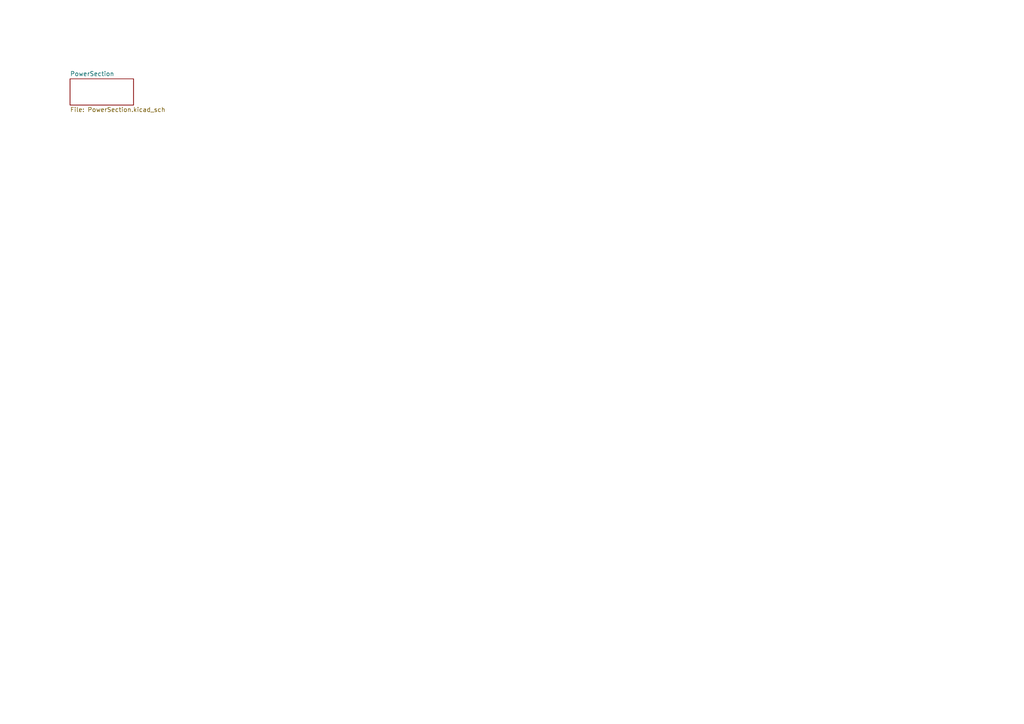
<source format=kicad_sch>
(kicad_sch
	(version 20250114)
	(generator "eeschema")
	(generator_version "9.0")
	(uuid "cb56b8bd-fc22-4d8d-97e3-11faac42b1ec")
	(paper "A4")
	(lib_symbols)
	(sheet
		(at 20.32 22.86)
		(size 18.415 7.62)
		(exclude_from_sim no)
		(in_bom yes)
		(on_board yes)
		(dnp no)
		(fields_autoplaced yes)
		(stroke
			(width 0.1524)
			(type solid)
		)
		(fill
			(color 0 0 0 0.0000)
		)
		(uuid "c758b756-6a4c-4ec7-b8be-789a1eccaab2")
		(property "Sheetname" "PowerSection"
			(at 20.32 22.1484 0)
			(effects
				(font
					(size 1.27 1.27)
				)
				(justify left bottom)
			)
		)
		(property "Sheetfile" "PowerSection.kicad_sch"
			(at 20.32 31.0646 0)
			(effects
				(font
					(size 1.27 1.27)
				)
				(justify left top)
			)
		)
		(instances
			(project "Relay_expander"
				(path "/cb56b8bd-fc22-4d8d-97e3-11faac42b1ec"
					(page "2")
				)
			)
		)
	)
	(sheet_instances
		(path "/"
			(page "1")
		)
	)
	(embedded_fonts no)
)

</source>
